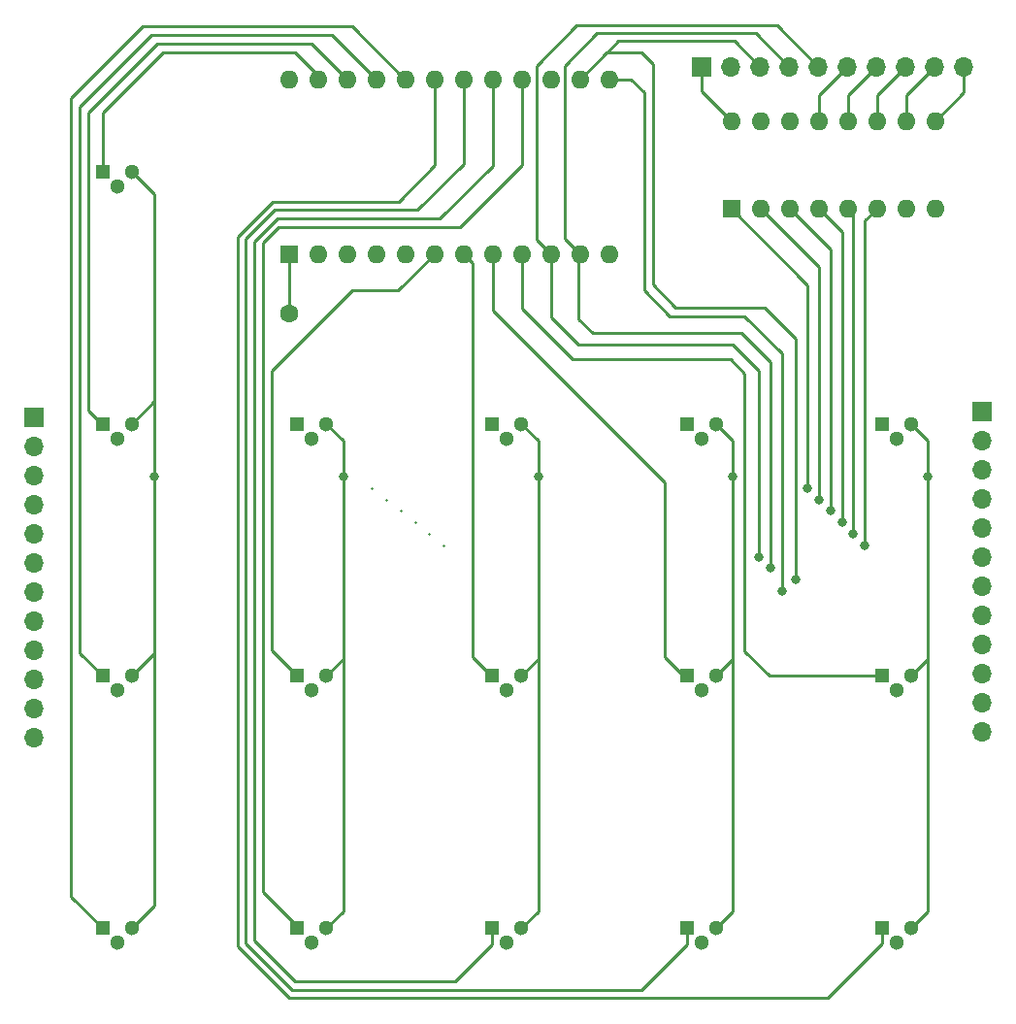
<source format=gtl>
G04 #@! TF.GenerationSoftware,KiCad,Pcbnew,7.0.6*
G04 #@! TF.CreationDate,2023-08-02T15:09:40-04:00*
G04 #@! TF.ProjectId,Turing Machine State,54757269-6e67-4204-9d61-6368696e6520,rev?*
G04 #@! TF.SameCoordinates,Original*
G04 #@! TF.FileFunction,Copper,L1,Top*
G04 #@! TF.FilePolarity,Positive*
%FSLAX46Y46*%
G04 Gerber Fmt 4.6, Leading zero omitted, Abs format (unit mm)*
G04 Created by KiCad (PCBNEW 7.0.6) date 2023-08-02 15:09:40*
%MOMM*%
%LPD*%
G01*
G04 APERTURE LIST*
G04 #@! TA.AperFunction,ComponentPad*
%ADD10C,1.300000*%
G04 #@! TD*
G04 #@! TA.AperFunction,ComponentPad*
%ADD11O,1.600000X1.600000*%
G04 #@! TD*
G04 #@! TA.AperFunction,ComponentPad*
%ADD12R,1.600000X1.600000*%
G04 #@! TD*
G04 #@! TA.AperFunction,ComponentPad*
%ADD13O,1.700000X1.700000*%
G04 #@! TD*
G04 #@! TA.AperFunction,ComponentPad*
%ADD14R,1.700000X1.700000*%
G04 #@! TD*
G04 #@! TA.AperFunction,ComponentPad*
%ADD15R,1.300000X1.300000*%
G04 #@! TD*
G04 #@! TA.AperFunction,ViaPad*
%ADD16C,0.800000*%
G04 #@! TD*
G04 #@! TA.AperFunction,ViaPad*
%ADD17C,1.600000*%
G04 #@! TD*
G04 #@! TA.AperFunction,Conductor*
%ADD18C,0.250000*%
G04 #@! TD*
G04 APERTURE END LIST*
D10*
X58771400Y-94139600D03*
X109771400Y-94139600D03*
X74501400Y-117409600D03*
X126771400Y-94139600D03*
X92771400Y-116139600D03*
X108501400Y-73409600D03*
X125501400Y-73409600D03*
X75771400Y-94139600D03*
X91501400Y-73409600D03*
X57501400Y-51409600D03*
X57501400Y-117409600D03*
X57501400Y-95409600D03*
X125501400Y-117409600D03*
X109771400Y-116139600D03*
X91501400Y-117409600D03*
X108501400Y-95409600D03*
D11*
X116170000Y-45750000D03*
D12*
X111090000Y-53370000D03*
D11*
X113630000Y-53370000D03*
X116170000Y-53370000D03*
X118710000Y-53370000D03*
X121250000Y-53370000D03*
X123790000Y-53370000D03*
X126330000Y-53370000D03*
X128870000Y-53370000D03*
X118710000Y-45750000D03*
X126330000Y-45750000D03*
X128870000Y-45750000D03*
X123790000Y-45750000D03*
X121250000Y-45750000D03*
X111090000Y-45750000D03*
X113630000Y-45750000D03*
D10*
X74501400Y-95409600D03*
X75771400Y-116139600D03*
D13*
X50250000Y-74090000D03*
X50250000Y-76630000D03*
X50250000Y-79170000D03*
X50250000Y-81710000D03*
X50250000Y-84250000D03*
X50250000Y-86790000D03*
X50250000Y-99490000D03*
D14*
X50250000Y-71550000D03*
D13*
X50250000Y-89330000D03*
X50250000Y-91870000D03*
X50250000Y-94410000D03*
X50250000Y-96950000D03*
D10*
X74501400Y-73409600D03*
X58771400Y-50139600D03*
D12*
X72491600Y-57327800D03*
D11*
X95351600Y-42087800D03*
X100431600Y-57327800D03*
X92811600Y-57327800D03*
X90271600Y-57327800D03*
X87731600Y-57327800D03*
X85191600Y-57327800D03*
X82651600Y-57327800D03*
X80111600Y-57327800D03*
X77571600Y-57327800D03*
X75031600Y-57327800D03*
X75031600Y-42087800D03*
X77571600Y-42087800D03*
X80111600Y-42087800D03*
X82651600Y-42087800D03*
X85191600Y-42087800D03*
X87731600Y-42087800D03*
X90271600Y-42087800D03*
X92811600Y-42087800D03*
X95351600Y-57327800D03*
X97891600Y-57327800D03*
X97891600Y-42087800D03*
X100431600Y-42087800D03*
X72491600Y-42087800D03*
D10*
X108501400Y-117409600D03*
D13*
X133000000Y-73590000D03*
X133000000Y-76130000D03*
X133000000Y-78670000D03*
X133000000Y-81210000D03*
X133000000Y-83750000D03*
X133000000Y-86290000D03*
X133000000Y-98990000D03*
D14*
X133000000Y-71050000D03*
D13*
X133000000Y-88830000D03*
X133000000Y-91370000D03*
X133000000Y-93910000D03*
X133000000Y-96450000D03*
D10*
X58771400Y-72139600D03*
D13*
X121210000Y-41000000D03*
X128830000Y-41000000D03*
X126290000Y-41000000D03*
X123750000Y-41000000D03*
X131370000Y-41000000D03*
D14*
X108510000Y-41000000D03*
D13*
X118670000Y-41000000D03*
X116130000Y-41000000D03*
X113590000Y-41000000D03*
X111050000Y-41000000D03*
D10*
X92771400Y-94139600D03*
X91501400Y-95409600D03*
X109771400Y-72139600D03*
X58771400Y-116139600D03*
X57501400Y-73409600D03*
X92771400Y-72139600D03*
X75771400Y-72139600D03*
X126771400Y-72139600D03*
X125501400Y-95409600D03*
X126771400Y-116139600D03*
D15*
X56231400Y-72139600D03*
X90231400Y-94139600D03*
X107231400Y-116139600D03*
X56231400Y-50139600D03*
X73231400Y-116139600D03*
X56231400Y-116139600D03*
X56231400Y-94139600D03*
X124231400Y-94139600D03*
X124231400Y-72139600D03*
X90231400Y-116139600D03*
X73231400Y-72139600D03*
X73231400Y-94139600D03*
X90231400Y-72139600D03*
X107231400Y-72139600D03*
X124231400Y-116139600D03*
X107231400Y-94139600D03*
D16*
X94250000Y-76750000D03*
X118750000Y-78750000D03*
D17*
X72500000Y-62500000D03*
D16*
X60750000Y-76750000D03*
X77250000Y-76750000D03*
X119750000Y-79750000D03*
X121750000Y-81750000D03*
X115500000Y-86750000D03*
X117750000Y-77750000D03*
X111250000Y-76750000D03*
X116750000Y-85750000D03*
X113500000Y-83750000D03*
X122750000Y-82750000D03*
X120750000Y-80750000D03*
X128250000Y-76750000D03*
X114500000Y-84750000D03*
D18*
X94100000Y-56076200D02*
X95351600Y-57327800D01*
X103500000Y-60500000D02*
X103500000Y-43250000D01*
X97500000Y-57719400D02*
X97891600Y-57327800D01*
X82651600Y-42087800D02*
X82587800Y-42087800D01*
X71000000Y-67500000D02*
X78000000Y-60500000D01*
X118710000Y-45750000D02*
X118710000Y-43500000D01*
X82587800Y-42087800D02*
X78000000Y-37500000D01*
X85991600Y-82741600D02*
X86000000Y-82750000D01*
X71500000Y-54250000D02*
X69500000Y-56250000D01*
X88500000Y-92500000D02*
X88500000Y-58096200D01*
X54250000Y-44500000D02*
X60500000Y-38250000D01*
X60750000Y-114161000D02*
X58771400Y-116139600D01*
X97750000Y-65250000D02*
X95351600Y-62851600D01*
X119750000Y-79500000D02*
X119750000Y-56950000D01*
X82050000Y-52750000D02*
X85191600Y-49608400D01*
X121250000Y-43500000D02*
X121250000Y-45750000D01*
X104250000Y-60000000D02*
X104250000Y-40750000D01*
X122750000Y-82750000D02*
X122750000Y-54410000D01*
X111250000Y-76750000D02*
X111250000Y-91750000D01*
X56139600Y-72139600D02*
X55000000Y-71000000D01*
X72491600Y-62491600D02*
X72500000Y-62500000D01*
X114500000Y-84750000D02*
X114500000Y-66750000D01*
X61500000Y-39750000D02*
X73000000Y-39750000D01*
X59750000Y-37500000D02*
X53500000Y-43750000D01*
X69500000Y-117250000D02*
X73000000Y-120750000D01*
X124250000Y-117500000D02*
X119500000Y-122250000D01*
X90139600Y-94139600D02*
X88500000Y-92500000D01*
X114500000Y-66750000D02*
X112000000Y-64250000D01*
X72319400Y-57500000D02*
X72491600Y-57327800D01*
X113500000Y-67500000D02*
X111250000Y-65250000D01*
X123750000Y-41000000D02*
X121250000Y-43500000D01*
X116130000Y-41000000D02*
X113230000Y-38100000D01*
X124231400Y-94139600D02*
X114389600Y-94139600D01*
X100229400Y-39750000D02*
X100250000Y-39750000D01*
X77250000Y-76750000D02*
X77250000Y-73618200D01*
X94100000Y-40900000D02*
X94100000Y-56076200D01*
X61000000Y-39000000D02*
X74483800Y-39000000D01*
X111250000Y-73618200D02*
X111250000Y-76750000D01*
X87400000Y-55000000D02*
X71625000Y-55000000D01*
X118670000Y-41000000D02*
X115070000Y-37400000D01*
X106889600Y-94139600D02*
X107231400Y-94139600D01*
X85650000Y-54250000D02*
X71500000Y-54250000D01*
X58771400Y-94139600D02*
X60750000Y-92161000D01*
X99000000Y-64250000D02*
X97750000Y-63000000D01*
X105250000Y-92500000D02*
X106889600Y-94139600D01*
X83491600Y-80741600D02*
X83500000Y-80750000D01*
X111340000Y-38750000D02*
X113590000Y-41000000D01*
X60500000Y-38250000D02*
X76273800Y-38250000D01*
X111250000Y-91750000D02*
X111250000Y-114661000D01*
X128250000Y-73618200D02*
X126771400Y-72139600D01*
X73250000Y-116158200D02*
X73231400Y-116139600D01*
X92811600Y-42087800D02*
X92811600Y-49588400D01*
X115500000Y-66000000D02*
X112250000Y-62750000D01*
X128250000Y-92661000D02*
X128250000Y-92500000D01*
X88500000Y-58096200D02*
X87731600Y-57327800D01*
X94250000Y-92500000D02*
X94250000Y-114661000D01*
X111250000Y-65250000D02*
X97750000Y-65250000D01*
X74483800Y-39000000D02*
X77571600Y-42087800D01*
X82019400Y-60500000D02*
X85191600Y-57327800D01*
X111250000Y-92661000D02*
X111250000Y-91750000D01*
X94250000Y-92661000D02*
X94250000Y-92500000D01*
X115070000Y-37400000D02*
X97600000Y-37400000D01*
X103500000Y-43250000D02*
X102337800Y-42087800D01*
X112250000Y-67750000D02*
X111000000Y-66500000D01*
X118710000Y-43500000D02*
X121210000Y-41000000D01*
X92811600Y-62061600D02*
X92811600Y-57327800D01*
X128250000Y-114661000D02*
X126771400Y-116139600D01*
X71000000Y-91908200D02*
X71000000Y-67500000D01*
X82241600Y-79741600D02*
X82250000Y-79750000D01*
X54250000Y-92158200D02*
X54250000Y-44500000D01*
X117750000Y-60030000D02*
X111090000Y-53370000D01*
X118750000Y-58490000D02*
X113630000Y-53370000D01*
X58771400Y-72139600D02*
X60750000Y-70161000D01*
X56231400Y-45018600D02*
X61500000Y-39750000D01*
X105250000Y-77250000D02*
X105250000Y-92500000D01*
X58771400Y-50139600D02*
X60750000Y-52118200D01*
X68000000Y-117750000D02*
X68000000Y-55812500D01*
X111000000Y-66500000D02*
X97250000Y-66500000D01*
X71625000Y-55000000D02*
X70250000Y-56375000D01*
X70250000Y-113000000D02*
X73231400Y-115981400D01*
X71250000Y-53500000D02*
X83700000Y-53500000D01*
X78000000Y-37500000D02*
X59750000Y-37500000D01*
X107231400Y-117518600D02*
X103250000Y-121500000D01*
X116750000Y-85750000D02*
X116750000Y-64750000D01*
X131370000Y-43250000D02*
X131370000Y-41000000D01*
X97250000Y-66500000D02*
X92811600Y-62061600D01*
X73231400Y-115981400D02*
X73231400Y-116139600D01*
X103250000Y-121500000D02*
X72750000Y-121500000D01*
X85191600Y-49608400D02*
X85191600Y-42087800D01*
X79741600Y-77741600D02*
X79750000Y-77750000D01*
X77250000Y-92250000D02*
X77250000Y-114661000D01*
X122750000Y-54410000D02*
X123790000Y-53370000D01*
X114389600Y-94139600D02*
X112250000Y-92000000D01*
X92771400Y-94139600D02*
X94250000Y-92661000D01*
X68000000Y-55812500D02*
X71062500Y-52750000D01*
X83700000Y-53500000D02*
X87731600Y-49468400D01*
X102337800Y-42087800D02*
X100431600Y-42087800D01*
X107231400Y-116139600D02*
X107231400Y-117518600D01*
X95351600Y-62851600D02*
X95351600Y-57327800D01*
X75771400Y-94139600D02*
X77250000Y-92661000D01*
X112250000Y-92000000D02*
X112250000Y-67750000D01*
X109771400Y-94139600D02*
X111250000Y-92661000D01*
X126250000Y-45750000D02*
X126330000Y-45750000D01*
X56231400Y-116139600D02*
X56231400Y-115981400D01*
X90231400Y-117518600D02*
X90231400Y-116139600D01*
X70250000Y-56375000D02*
X70250000Y-113000000D01*
X84741600Y-81741600D02*
X84750000Y-81750000D01*
X60750000Y-92000000D02*
X60750000Y-114161000D01*
X76273800Y-38250000D02*
X80111600Y-42087800D01*
X77250000Y-114661000D02*
X75771400Y-116139600D01*
X71062500Y-52750000D02*
X82050000Y-52750000D01*
X97600000Y-37400000D02*
X94100000Y-40900000D01*
X123790000Y-45750000D02*
X124250000Y-45290000D01*
X108510000Y-43170000D02*
X108510000Y-41000000D01*
X97891600Y-57327800D02*
X97750000Y-57469400D01*
X100229400Y-39750000D02*
X97891600Y-42087800D01*
X117750000Y-77750000D02*
X117750000Y-60030000D01*
X116750000Y-64750000D02*
X114000000Y-62000000D01*
X96600000Y-56036200D02*
X97891600Y-57327800D01*
X55000000Y-71000000D02*
X55000000Y-45000000D01*
X111250000Y-114661000D02*
X109771400Y-116139600D01*
X112000000Y-64250000D02*
X99000000Y-64250000D01*
X111090000Y-45750000D02*
X108510000Y-43170000D01*
X60750000Y-70161000D02*
X60750000Y-70000000D01*
X94250000Y-73618200D02*
X92771400Y-72139600D01*
X113500000Y-83750000D02*
X113500000Y-67500000D01*
X101250000Y-38750000D02*
X111340000Y-38750000D01*
X90271600Y-57327800D02*
X90271600Y-62271600D01*
X60750000Y-70000000D02*
X60750000Y-76750000D01*
X114000000Y-62000000D02*
X106250000Y-62000000D01*
X126330000Y-45750000D02*
X126330000Y-43500000D01*
X73000000Y-39750000D02*
X75031600Y-41781600D01*
X124231400Y-116139600D02*
X124250000Y-116158200D01*
X72750000Y-121500000D02*
X68750000Y-117500000D01*
X60750000Y-76750000D02*
X60750000Y-92000000D01*
X55000000Y-45000000D02*
X61000000Y-39000000D01*
X73000000Y-120750000D02*
X87000000Y-120750000D01*
X104250000Y-40750000D02*
X103250000Y-39750000D01*
X118750000Y-78750000D02*
X118750000Y-58490000D01*
X120750000Y-55410000D02*
X118710000Y-53370000D01*
X87731600Y-49468400D02*
X87731600Y-42087800D01*
X128250000Y-76750000D02*
X128250000Y-73618200D01*
X128250000Y-76750000D02*
X128250000Y-92500000D01*
X90271600Y-62271600D02*
X105250000Y-77250000D01*
X92811600Y-49588400D02*
X87400000Y-55000000D01*
X121750000Y-81750000D02*
X121750000Y-53870000D01*
X94250000Y-114661000D02*
X92771400Y-116139600D01*
X124250000Y-116158200D02*
X124250000Y-117500000D01*
X77250000Y-76750000D02*
X77250000Y-92250000D01*
X128250000Y-92500000D02*
X128250000Y-114661000D01*
X94250000Y-76750000D02*
X94250000Y-92500000D01*
X113230000Y-38100000D02*
X99400000Y-38100000D01*
X103250000Y-39750000D02*
X100229400Y-39750000D01*
X53500000Y-43750000D02*
X53500000Y-113408200D01*
X56231400Y-50139600D02*
X56231400Y-45018600D01*
X56231400Y-94139600D02*
X54250000Y-92158200D01*
X72500000Y-122250000D02*
X68000000Y-117750000D01*
X53500000Y-113408200D02*
X56231400Y-116139600D01*
X80991600Y-78741600D02*
X81000000Y-78750000D01*
X112250000Y-62750000D02*
X105750000Y-62750000D01*
X90271600Y-49628400D02*
X90271600Y-42087800D01*
X105750000Y-62750000D02*
X103500000Y-60500000D01*
X73231400Y-94139600D02*
X71000000Y-91908200D01*
X126330000Y-43500000D02*
X128830000Y-41000000D01*
X78000000Y-60500000D02*
X82019400Y-60500000D01*
X100250000Y-39750000D02*
X101250000Y-38750000D01*
X77250000Y-73618200D02*
X75771400Y-72139600D01*
X68750000Y-117500000D02*
X68750000Y-56000000D01*
X60750000Y-52118200D02*
X60750000Y-70000000D01*
X119500000Y-122250000D02*
X72500000Y-122250000D01*
X119750000Y-56950000D02*
X116170000Y-53370000D01*
X123790000Y-43500000D02*
X123790000Y-45750000D01*
X77250000Y-92661000D02*
X77250000Y-92250000D01*
X87000000Y-120750000D02*
X90231400Y-117518600D01*
X56231400Y-72139600D02*
X56139600Y-72139600D01*
X72491600Y-57327800D02*
X72491600Y-62491600D01*
X94250000Y-76750000D02*
X94250000Y-73618200D01*
X97750000Y-57469400D02*
X97750000Y-63000000D01*
X99400000Y-38100000D02*
X96600000Y-40900000D01*
X90231400Y-94139600D02*
X90139600Y-94139600D01*
X90271600Y-49628400D02*
X85650000Y-54250000D01*
X106250000Y-62000000D02*
X104250000Y-60000000D01*
X109771400Y-72139600D02*
X111250000Y-73618200D01*
X60750000Y-92161000D02*
X60750000Y-92000000D01*
X128870000Y-45750000D02*
X131370000Y-43250000D01*
X68750000Y-56000000D02*
X71250000Y-53500000D01*
X69500000Y-56250000D02*
X69500000Y-117250000D01*
X126290000Y-41000000D02*
X123790000Y-43500000D01*
X96600000Y-40900000D02*
X96600000Y-56036200D01*
X126771400Y-94139600D02*
X128250000Y-92661000D01*
X121750000Y-53870000D02*
X121250000Y-53370000D01*
X120750000Y-80750000D02*
X120750000Y-55410000D01*
X115500000Y-86750000D02*
X115500000Y-66000000D01*
M02*

</source>
